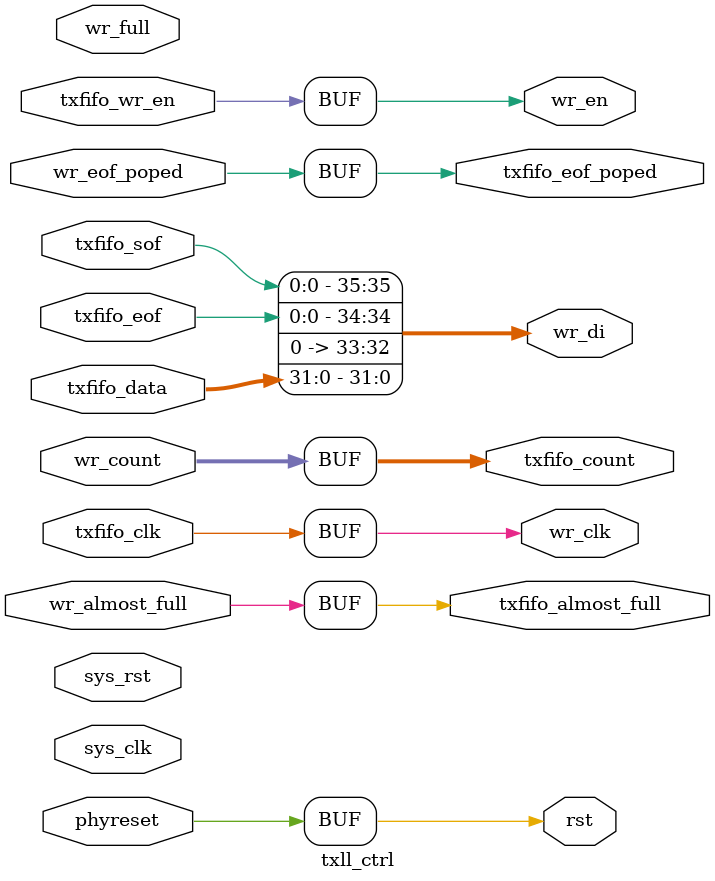
<source format=v>


// Change log:
// 
// 
// 

// Copyright (C) 2008,2009 Beijing Soul tech.
// -------------------------------------
// Naming Conventions:
// 	active low signals                 : "*_n"
// 	clock signals                      : "clk", "clk_div#", "clk_#x"
// 	reset signals                      : "rst", "rst_n"
// 	generics                           : "C_*"
// 	user defined types                 : "*_TYPE"
// 	state machine next state           : "*_ns"
// 	state machine current state        : "*_cs"
// 	combinatorial signals              : "*_com"
// 	pipelined or register delay signals: "*_d#"
// 	counter signals                    : "*cnt*"
// 	clock enable signals               : "*_ce"
// 	internal version of output port    : "*_i"
// 	device pins                        : "*_pin"
// 	ports                              : - Names begin with Uppercase
// Code:
module txll_ctrl (/*AUTOARG*/
   // Outputs
   rst, wr_clk, wr_en, wr_di, txfifo_eof_poped, txfifo_count,
   txfifo_almost_full,
   // Inputs
   sys_clk, sys_rst, phyreset, wr_count, wr_full, wr_almost_full,
   wr_eof_poped, txfifo_data, txfifo_sof, txfifo_eof, txfifo_wr_en,
   txfifo_clk
   );
   input sys_clk;
   input sys_rst;
   input phyreset;
   
   output rst;
   output wr_clk;
   output wr_en;
   output [35:0] wr_di;
   input [9:0] 	 wr_count;
   input 	 wr_full;
   input 	 wr_almost_full;
   input 	 wr_eof_poped;

   output 	 txfifo_eof_poped;
   output [9:0]  txfifo_count;
   output 	 txfifo_almost_full;
   
   input [31:0]  txfifo_data;
   input 	 txfifo_sof;
   input 	 txfifo_eof;
   input 	 txfifo_wr_en;
   input 	 txfifo_clk;
   
   assign wr_di[35]    = txfifo_sof;
   assign wr_di[34]    = txfifo_eof;
   assign wr_di[33:0]  = txfifo_data;
   assign wr_en        = txfifo_wr_en;
   
   assign txfifo_count       = wr_count;
   assign txfifo_eof_poped   = wr_eof_poped;
   assign txfifo_almost_full = wr_almost_full;
   
   assign rst = phyreset;
   assign wr_clk = txfifo_clk;
endmodule
// 
// txll_ctrl.v ends here

</source>
